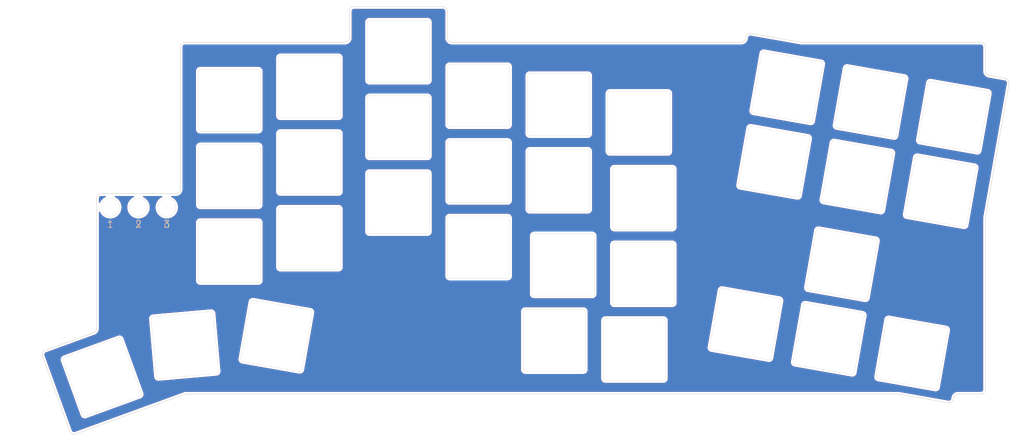
<source format=kicad_pcb>
(kicad_pcb (version 20221018) (generator pcbnew)
  (layers (0 "F.Cu" signal) (31 "B.Cu" signal) (34 "B.Paste" user) (35 "F.Paste" user) (36 "B.SilkS" user "B.Silkscreen") (37 "F.SilkS" user "F.Silkscreen") (38 "B.Mask" user) (39 "F.Mask" user) (44 "Edge.Cuts" user))
  (net 0 "")
  (footprint "Plate:Switch" (layer "F.Cu") (at 52.936727 124.661928 20)
    (fp_text reference "SW41")
    (fp_text value "~" hide)
    (fp_line (start -7 6.5) (end -7 -6.5) (stroke (width 0.05)) (layer "Edge.Cuts"))
    (fp_line (start -6.5 -7) (end 6.5 -7) (stroke (width 0.05)) (layer "Edge.Cuts"))
    (fp_line (start 6.5 7) (end -6.5 7) (stroke (width 0.05)) (layer "Edge.Cuts"))
    (fp_line (start 7 -6.5) (end 7 6.5) (stroke (width 0.05)) (layer "Edge.Cuts"))
    (fp_arc (start -7 -6.5) (mid -6.853553 -6.853553) (end -6.5 -7) (stroke (width 0.05)) (layer "Edge.Cuts"))
    (fp_arc (start -6.5 7) (mid -6.853553 6.853553) (end -7 6.5) (stroke (width 0.05)) (layer "Edge.Cuts"))
    (fp_arc (start 6.5 -7) (mid 6.853553 -6.853553) (end 7 -6.5) (stroke (width 0.05)) (layer "Edge.Cuts"))
    (fp_arc (start 7 6.5) (mid 6.853553 6.853553) (end 6.5 7) (stroke (width 0.05)) (layer "Edge.Cuts"))
  )
  (footprint "Plate:Switch" (layer "F.Cu") (at 71.5 117.5 5)
    (fp_text reference "SW42")
    (fp_text value "~" hide)
    (fp_line (start -7 6.5) (end -7 -6.5) (stroke (width 0.05)) (layer "Edge.Cuts"))
    (fp_line (start -6.5 -7) (end 6.5 -7) (stroke (width 0.05)) (layer "Edge.Cuts"))
    (fp_line (start 6.5 7) (end -6.5 7) (stroke (width 0.05)) (layer "Edge.Cuts"))
    (fp_line (start 7 -6.5) (end 7 6.5) (stroke (width 0.05)) (layer "Edge.Cuts"))
    (fp_arc (start -7 -6.5) (mid -6.853553 -6.853553) (end -6.5 -7) (stroke (width 0.05)) (layer "Edge.Cuts"))
    (fp_arc (start -6.5 7) (mid -6.853553 6.853553) (end -7 6.5) (stroke (width 0.05)) (layer "Edge.Cuts"))
    (fp_arc (start 6.5 -7) (mid 6.853553 -6.853553) (end 7 -6.5) (stroke (width 0.05)) (layer "Edge.Cuts"))
    (fp_arc (start 7 6.5) (mid 6.853553 6.853553) (end 6.5 7) (stroke (width 0.05)) (layer "Edge.Cuts"))
  )
  (footprint "Plate:Switch" (layer "F.Cu") (at 119.5 51.5)
    (fp_text reference "SW13")
    (fp_text value "~" hide)
    (fp_line (start -7 6.5) (end -7 -6.5) (stroke (width 0.05)) (layer "Edge.Cuts"))
    (fp_line (start -6.5 -7) (end 6.5 -7) (stroke (width 0.05)) (layer "Edge.Cuts"))
    (fp_line (start 6.5 7) (end -6.5 7) (stroke (width 0.05)) (layer "Edge.Cuts"))
    (fp_line (start 7 -6.5) (end 7 6.5) (stroke (width 0.05)) (layer "Edge.Cuts"))
    (fp_arc (start -7 -6.5) (mid -6.853553 -6.853553) (end -6.5 -7) (stroke (width 0.05)) (layer "Edge.Cuts"))
    (fp_arc (start -6.5 7) (mid -6.853553 6.853553) (end -7 6.5) (stroke (width 0.05)) (layer "Edge.Cuts"))
    (fp_arc (start 6.5 -7) (mid 6.853553 -6.853553) (end 7 -6.5) (stroke (width 0.05)) (layer "Edge.Cuts"))
    (fp_arc (start 7 6.5) (mid 6.853553 6.853553) (end 6.5 7) (stroke (width 0.05)) (layer "Edge.Cuts"))
  )
  (footprint "Plate:Switch" (layer "F.Cu") (at 155.5 63.5)
    (fp_text reference "SW15")
    (fp_text value "~" hide)
    (fp_line (start -7 6.5) (end -7 -6.5) (stroke (width 0.05)) (layer "Edge.Cuts"))
    (fp_line (start -6.5 -7) (end 6.5 -7) (stroke (width 0.05)) (layer "Edge.Cuts"))
    (fp_line (start 6.5 7) (end -6.5 7) (stroke (width 0.05)) (layer "Edge.Cuts"))
    (fp_line (start 7 -6.5) (end 7 6.5) (stroke (width 0.05)) (layer "Edge.Cuts"))
    (fp_arc (start -7 -6.5) (mid -6.853553 -6.853553) (end -6.5 -7) (stroke (width 0.05)) (layer "Edge.Cuts"))
    (fp_arc (start -6.5 7) (mid -6.853553 6.853553) (end -7 6.5) (stroke (width 0.05)) (layer "Edge.Cuts"))
    (fp_arc (start 6.5 -7) (mid 6.853553 -6.853553) (end 7 -6.5) (stroke (width 0.05)) (layer "Edge.Cuts"))
    (fp_arc (start 7 6.5) (mid 6.853553 6.853553) (end 6.5 7) (stroke (width 0.05)) (layer "Edge.Cuts"))
  )
  (footprint "Plate:Switch" (layer "F.Cu") (at 81.5 62.5)
    (fp_text reference "SW11")
    (fp_text value "~" hide)
    (fp_line (start -7 6.5) (end -7 -6.5) (stroke (width 0.05)) (layer "Edge.Cuts"))
    (fp_line (start -6.5 -7) (end 6.5 -7) (stroke (width 0.05)) (layer "Edge.Cuts"))
    (fp_line (start 6.5 7) (end -6.5 7) (stroke (width 0.05)) (layer "Edge.Cuts"))
    (fp_line (start 7 -6.5) (end 7 6.5) (stroke (width 0.05)) (layer "Edge.Cuts"))
    (fp_arc (start -7 -6.5) (mid -6.853553 -6.853553) (end -6.5 -7) (stroke (width 0.05)) (layer "Edge.Cuts"))
    (fp_arc (start -6.5 7) (mid -6.853553 6.853553) (end -7 6.5) (stroke (width 0.05)) (layer "Edge.Cuts"))
    (fp_arc (start 6.5 -7) (mid 6.853553 -6.853553) (end 7 -6.5) (stroke (width 0.05)) (layer "Edge.Cuts"))
    (fp_arc (start 7 6.5) (mid 6.853553 6.853553) (end 6.5 7) (stroke (width 0.05)) (layer "Edge.Cuts"))
  )
  (footprint "Plate:Switch" (layer "F.Cu") (at 119.5 68.5)
    (fp_text reference "SW23")
    (fp_text value "~" hide)
    (fp_line (start -7 6.5) (end -7 -6.5) (stroke (width 0.05)) (layer "Edge.Cuts"))
    (fp_line (start -6.5 -7) (end 6.5 -7) (stroke (width 0.05)) (layer "Edge.Cuts"))
    (fp_line (start 6.5 7) (end -6.5 7) (stroke (width 0.05)) (layer "Edge.Cuts"))
    (fp_line (start 7 -6.5) (end 7 6.5) (stroke (width 0.05)) (layer "Edge.Cuts"))
    (fp_arc (start -7 -6.5) (mid -6.853553 -6.853553) (end -6.5 -7) (stroke (width 0.05)) (layer "Edge.Cuts"))
    (fp_arc (start -6.5 7) (mid -6.853553 6.853553) (end -7 6.5) (stroke (width 0.05)) (layer "Edge.Cuts"))
    (fp_arc (start 6.5 -7) (mid 6.853553 -6.853553) (end 7 -6.5) (stroke (width 0.05)) (layer "Edge.Cuts"))
    (fp_arc (start 7 6.5) (mid 6.853553 6.853553) (end 6.5 7) (stroke (width 0.05)) (layer "Edge.Cuts"))
  )
  (footprint "Plate:Switch" (layer "F.Cu") (at 244.238975 66.209506 -10)
    (fp_text reference "SW19")
    (fp_text value "~" hide)
    (fp_line (start -7 6.5) (end -7 -6.5) (stroke (width 0.05)) (layer "Edge.Cuts"))
    (fp_line (start -6.5 -7) (end 6.5 -7) (stroke (width 0.05)) (layer "Edge.Cuts"))
    (fp_line (start 6.5 7) (end -6.5 7) (stroke (width 0.05)) (layer "Edge.Cuts"))
    (fp_line (start 7 -6.5) (end 7 6.5) (stroke (width 0.05)) (layer "Edge.Cuts"))
    (fp_arc (start -7 -6.5) (mid -6.853553 -6.853553) (end -6.5 -7) (stroke (width 0.05)) (layer "Edge.Cuts"))
    (fp_arc (start -6.5 7) (mid -6.853553 6.853553) (end -7 6.5) (stroke (width 0.05)) (layer "Edge.Cuts"))
    (fp_arc (start 6.5 -7) (mid 6.853553 -6.853553) (end 7 -6.5) (stroke (width 0.05)) (layer "Edge.Cuts"))
    (fp_arc (start 7 6.5) (mid 6.853553 6.853553) (end 6.5 7) (stroke (width 0.05)) (layer "Edge.Cuts"))
  )
  (footprint "Plate:Switch" (layer "F.Cu") (at 206.816281 59.610875 -10)
    (fp_text reference "SW17")
    (fp_text value "~" hide)
    (fp_line (start -7 6.5) (end -7 -6.5) (stroke (width 0.05)) (layer "Edge.Cuts"))
    (fp_line (start -6.5 -7) (end 6.5 -7) (stroke (width 0.05)) (layer "Edge.Cuts"))
    (fp_line (start 6.5 7) (end -6.5 7) (stroke (width 0.05)) (layer "Edge.Cuts"))
    (fp_line (start 7 -6.5) (end 7 6.5) (stroke (width 0.05)) (layer "Edge.Cuts"))
    (fp_arc (start -7 -6.5) (mid -6.853553 -6.853553) (end -6.5 -7) (stroke (width 0.05)) (layer "Edge.Cuts"))
    (fp_arc (start -6.5 7) (mid -6.853553 6.853553) (end -7 6.5) (stroke (width 0.05)) (layer "Edge.Cuts"))
    (fp_arc (start 6.5 -7) (mid 6.853553 -6.853553) (end 7 -6.5) (stroke (width 0.05)) (layer "Edge.Cuts"))
    (fp_arc (start 7 6.5) (mid 6.853553 6.853553) (end 6.5 7) (stroke (width 0.05)) (layer "Edge.Cuts"))
  )
  (footprint "Plate:Switch" (layer "F.Cu") (at 219.102646 99.348078 -10)
    (fp_text reference "SW38")
    (fp_text value "~" hide)
    (fp_line (start -7 6.5) (end -7 -6.5) (stroke (width 0.05)) (layer "Edge.Cuts"))
    (fp_line (start -6.5 -7) (end 6.5 -7) (stroke (width 0.05)) (layer "Edge.Cuts"))
    (fp_line (start 6.5 7) (end -6.5 7) (stroke (width 0.05)) (layer "Edge.Cuts"))
    (fp_line (start 7 -6.5) (end 7 6.5) (stroke (width 0.05)) (layer "Edge.Cuts"))
    (fp_arc (start -7 -6.5) (mid -6.853553 -6.853553) (end -6.5 -7) (stroke (width 0.05)) (layer "Edge.Cuts"))
    (fp_arc (start -6.5 7) (mid -6.853553 6.853553) (end -7 6.5) (stroke (width 0.05)) (layer "Edge.Cuts"))
    (fp_arc (start 6.5 -7) (mid 6.853553 -6.853553) (end 7 -6.5) (stroke (width 0.05)) (layer "Edge.Cuts"))
    (fp_arc (start 7 6.5) (mid 6.853553 6.853553) (end 6.5 7) (stroke (width 0.05)) (layer "Edge.Cuts"))
  )
  (footprint "Plate:Switch" (layer "F.Cu") (at 172.5 118.5)
    (fp_text reference "SW46")
    (fp_text value "~" hide)
    (fp_line (start -7 6.5) (end -7 -6.5) (stroke (width 0.05)) (layer "Edge.Cuts"))
    (fp_line (start -6.5 -7) (end 6.5 -7) (stroke (width 0.05)) (layer "Edge.Cuts"))
    (fp_line (start 6.5 7) (end -6.5 7) (stroke (width 0.05)) (layer "Edge.Cuts"))
    (fp_line (start 7 -6.5) (end 7 6.5) (stroke (width 0.05)) (layer "Edge.Cuts"))
    (fp_arc (start -7 -6.5) (mid -6.853553 -6.853553) (end -6.5 -7) (stroke (width 0.05)) (layer "Edge.Cuts"))
    (fp_arc (start -6.5 7) (mid -6.853553 6.853553) (end -7 6.5) (stroke (width 0.05)) (layer "Edge.Cuts"))
    (fp_arc (start 6.5 -7) (mid 6.853553 -6.853553) (end 7 -6.5) (stroke (width 0.05)) (layer "Edge.Cuts"))
    (fp_arc (start 7 6.5) (mid 6.853553 6.853553) (end 6.5 7) (stroke (width 0.05)) (layer "Edge.Cuts"))
  )
  (footprint "Plate:Switch" (layer "F.Cu") (at 119.5 85.5)
    (fp_text reference "SW33")
    (fp_text value "~" hide)
    (fp_line (start -7 6.5) (end -7 -6.5) (stroke (width 0.05)) (layer "Edge.Cuts"))
    (fp_line (start -6.5 -7) (end 6.5 -7) (stroke (width 0.05)) (layer "Edge.Cuts"))
    (fp_line (start 6.5 7) (end -6.5 7) (stroke (width 0.05)) (layer "Edge.Cuts"))
    (fp_line (start 7 -6.5) (end 7 6.5) (stroke (width 0.05)) (layer "Edge.Cuts"))
    (fp_arc (start -7 -6.5) (mid -6.853553 -6.853553) (end -6.5 -7) (stroke (width 0.05)) (layer "Edge.Cuts"))
    (fp_arc (start -6.5 7) (mid -6.853553 6.853553) (end -7 6.5) (stroke (width 0.05)) (layer "Edge.Cuts"))
    (fp_arc (start 6.5 -7) (mid 6.853553 -6.853553) (end 7 -6.5) (stroke (width 0.05)) (layer "Edge.Cuts"))
    (fp_arc (start 7 6.5) (mid 6.853553 6.853553) (end 6.5 7) (stroke (width 0.05)) (layer "Edge.Cuts"))
  )
  (footprint "Plate:LED" (layer "F.Cu") (at 61.11 86.56)
    (fp_text reference "D2" hide)
    (fp_text value "2" hide)
    (fp_text user "${VALUE}" (at 0 3.81 unlocked) (layer "B.SilkS") (effects (font (size 1.5 1.5)) (justify mirror)))
    (fp_text user "${VALUE}" (at 0 3.81 unlocked) (layer "F.SilkS") (effects (font (size 1.5 1.5))))
    (fp_circle (center 0 0) (end 2.032 0) (stroke (width 0.05)) (fill none) (layer "Edge.Cuts"))
  )
  (footprint "Plate:Switch" (layer "F.Cu") (at 137.5 61.5)
    (fp_text reference "SW14")
    (fp_text value "~" hide)
    (fp_line (start -7 6.5) (end -7 -6.5) (stroke (width 0.05)) (layer "Edge.Cuts"))
    (fp_line (start -6.5 -7) (end 6.5 -7) (stroke (width 0.05)) (layer "Edge.Cuts"))
    (fp_line (start 6.5 7) (end -6.5 7) (stroke (width 0.05)) (layer "Edge.Cuts"))
    (fp_line (start 7 -6.5) (end 7 6.5) (stroke (width 0.05)) (layer "Edge.Cuts"))
    (fp_arc (start -7 -6.5) (mid -6.853553 -6.853553) (end -6.5 -7) (stroke (width 0.05)) (layer "Edge.Cuts"))
    (fp_arc (start -6.5 7) (mid -6.853553 6.853553) (end -7 6.5) (stroke (width 0.05)) (layer "Edge.Cuts"))
    (fp_arc (start 6.5 -7) (mid 6.853553 -6.853553) (end 7 -6.5) (stroke (width 0.05)) (layer "Edge.Cuts"))
    (fp_arc (start 7 6.5) (mid 6.853553 6.853553) (end 6.5 7) (stroke (width 0.05)) (layer "Edge.Cuts"))
  )
  (footprint "Plate:Switch" (layer "F.Cu") (at 203.864262 76.352607 -10)
    (fp_text reference "SW27")
    (fp_text value "~" hide)
    (fp_line (start -7 6.5) (end -7 -6.5) (stroke (width 0.05)) (layer "Edge.Cuts"))
    (fp_line (start -6.5 -7) (end 6.5 -7) (stroke (width 0.05)) (layer "Edge.Cuts"))
    (fp_line (start 6.5 7) (end -6.5 7) (stroke (width 0.05)) (layer "Edge.Cuts"))
    (fp_line (start 7 -6.5) (end 7 6.5) (stroke (width 0.05)) (layer "Edge.Cuts"))
    (fp_arc (start -7 -6.5) (mid -6.853553 -6.853553) (end -6.5 -7) (stroke (width 0.05)) (layer "Edge.Cuts"))
    (fp_arc (start -6.5 7) (mid -6.853553 6.853553) (end -7 6.5) (stroke (width 0.05)) (layer "Edge.Cuts"))
    (fp_arc (start 6.5 -7) (mid 6.853553 -6.853553) (end 7 -6.5) (stroke (width 0.05)) (layer "Edge.Cuts"))
    (fp_arc (start 7 6.5) (mid 6.853553 6.853553) (end 6.5 7) (stroke (width 0.05)) (layer "Edge.Cuts"))
  )
  (footprint "Plate:Switch" (layer "F.Cu") (at 99.5 59.5)
    (fp_text reference "SW12")
    (fp_text value "~" hide)
    (fp_line (start -7 6.5) (end -7 -6.5) (stroke (width 0.05)) (layer "Edge.Cuts"))
    (fp_line (start -6.5 -7) (end 6.5 -7) (stroke (width 0.05)) (layer "Edge.Cuts"))
    (fp_line (start 6.5 7) (end -6.5 7) (stroke (width 0.05)) (layer "Edge.Cuts"))
    (fp_line (start 7 -6.5) (end 7 6.5) (stroke (width 0.05)) (layer "Edge.Cuts"))
    (fp_arc (start -7 -6.5) (mid -6.853553 -6.853553) (end -6.5 -7) (stroke (width 0.05)) (layer "Edge.Cuts"))
    (fp_arc (start -6.5 7) (mid -6.853553 6.853553) (end -7 6.5) (stroke (width 0.05)) (layer "Edge.Cuts"))
    (fp_arc (start 6.5 -7) (mid 6.853553 -6.853553) (end 7 -6.5) (stroke (width 0.05)) (layer "Edge.Cuts"))
    (fp_arc (start 7 6.5) (mid 6.853553 6.853553) (end 6.5 7) (stroke (width 0.05)) (layer "Edge.Cuts"))
  )
  (footprint "Plate:Switch" (layer "F.Cu") (at 222.575609 79.651922 -10)
    (fp_text reference "SW28")
    (fp_text value "~" hide)
    (fp_line (start -7 6.5) (end -7 -6.5) (stroke (width 0.05)) (layer "Edge.Cuts"))
    (fp_line (start -6.5 -7) (end 6.5 -7) (stroke (width 0.05)) (layer "Edge.Cuts"))
    (fp_line (start 6.5 7) (end -6.5 7) (stroke (width 0.05)) (layer "Edge.Cuts"))
    (fp_line (start 7 -6.5) (end 7 6.5) (stroke (width 0.05)) (layer "Edge.Cuts"))
    (fp_arc (start -7 -6.5) (mid -6.853553 -6.853553) (end -6.5 -7) (stroke (width 0.05)) (layer "Edge.Cuts"))
    (fp_arc (start -6.5 7) (mid -6.853553 6.853553) (end -7 6.5) (stroke (width 0.05)) (layer "Edge.Cuts"))
    (fp_arc (start 6.5 -7) (mid 6.853553 -6.853553) (end 7 -6.5) (stroke (width 0.05)) (layer "Edge.Cuts"))
    (fp_arc (start 7 6.5) (mid 6.853553 6.853553) (end 6.5 7) (stroke (width 0.05)) (layer "Edge.Cuts"))
  )
  (footprint "Plate:Switch" (layer "F.Cu") (at 173.5 67.5)
    (fp_text reference "SW16")
    (fp_text value "~" hide)
    (fp_line (start -7 6.5) (end -7 -6.5) (stroke (width 0.05)) (layer "Edge.Cuts"))
    (fp_line (start -6.5 -7) (end 6.5 -7) (stroke (width 0.05)) (layer "Edge.Cuts"))
    (fp_line (start 6.5 7) (end -6.5 7) (stroke (width 0.05)) (layer "Edge.Cuts"))
    (fp_line (start 7 -6.5) (end 7 6.5) (stroke (width 0.05)) (layer "Edge.Cuts"))
    (fp_arc (start -7 -6.5) (mid -6.853553 -6.853553) (end -6.5 -7) (stroke (width 0.05)) (layer "Edge.Cuts"))
    (fp_arc (start -6.5 7) (mid -6.853553 6.853553) (end -7 6.5) (stroke (width 0.05)) (layer "Edge.Cuts"))
    (fp_arc (start 6.5 -7) (mid 6.853553 -6.853553) (end 7 -6.5) (stroke (width 0.05)) (layer "Edge.Cuts"))
    (fp_arc (start 7 6.5) (mid 6.853553 6.853553) (end 6.5 7) (stroke (width 0.05)) (layer "Edge.Cuts"))
  )
  (footprint "Plate:Switch" (layer "F.Cu") (at 81.5 96.5)
    (fp_text reference "SW31")
    (fp_text value "~" hide)
    (fp_line (start -7 6.5) (end -7 -6.5) (stroke (width 0.05)) (layer "Edge.Cuts"))
    (fp_line (start -6.5 -7) (end 6.5 -7) (stroke (width 0.05)) (layer "Edge.Cuts"))
    (fp_line (start 6.5 7) (end -6.5 7) (stroke (width 0.05)) (layer "Edge.Cuts"))
    (fp_line (start 7 -6.5) (end 7 6.5) (stroke (width 0.05)) (layer "Edge.Cuts"))
    (fp_arc (start -7 -6.5) (mid -6.853553 -6.853553) (end -6.5 -7) (stroke (width 0.05)) (layer "Edge.Cuts"))
    (fp_arc (start -6.5 7) (mid -6.853553 6.853553) (end -7 6.5) (stroke (width 0.05)) (layer "Edge.Cuts"))
    (fp_arc (start 6.5 -7) (mid 6.853553 -6.853553) (end 7 -6.5) (stroke (width 0.05)) (layer "Edge.Cuts"))
    (fp_arc (start 7 6.5) (mid 6.853553 6.853553) (end 6.5 7) (stroke (width 0.05)) (layer "Edge.Cuts"))
  )
  (footprint "Plate:Switch" (layer "F.Cu") (at 99.5 76.5)
    (fp_text reference "SW22")
    (fp_text value "~" hide)
    (fp_line (start -7 6.5) (end -7 -6.5) (stroke (width 0.05)) (layer "Edge.Cuts"))
    (fp_line (start -6.5 -7) (end 6.5 -7) (stroke (width 0.05)) (layer "Edge.Cuts"))
    (fp_line (start 6.5 7) (end -6.5 7) (stroke (width 0.05)) (layer "Edge.Cuts"))
    (fp_line (start 7 -6.5) (end 7 6.5) (stroke (width 0.05)) (layer "Edge.Cuts"))
    (fp_arc (start -7 -6.5) (mid -6.853553 -6.853553) (end -6.5 -7) (stroke (width 0.05)) (layer "Edge.Cuts"))
    (fp_arc (start -6.5 7) (mid -6.853553 6.853553) (end -7 6.5) (stroke (width 0.05)) (layer "Edge.Cuts"))
    (fp_arc (start 6.5 -7) (mid 6.853553 -6.853553) (end 7 -6.5) (stroke (width 0.05)) (layer "Edge.Cuts"))
    (fp_arc (start 7 6.5) (mid 6.853553 6.853553) (end 6.5 7) (stroke (width 0.05)) (layer "Edge.Cuts"))
  )
  (footprint "Plate:LED" (layer "F.Cu") (at 54.76 86.56)
    (fp_text reference "D1" hide)
    (fp_text value "1" hide)
    (fp_text user "${VALUE}" (at 0 3.81 unlocked) (layer "B.SilkS") (effects (font (size 1.5 1.5)) (justify mirror)))
    (fp_text user "${VALUE}" (at 0 3.81 unlocked) (layer "F.SilkS") (effects (font (size 1.5 1.5))))
    (fp_circle (center 0 0) (end 2.032 0) (stroke (width 0.05)) (fill none) (layer "Edge.Cuts"))
  )
  (footprint "Plate:Switch" (layer "F.Cu") (at 174.5 84.5)
    (fp_text reference "SW26")
    (fp_text value "~" hide)
    (fp_line (start -7 6.5) (end -7 -6.5) (stroke (width 0.05)) (layer "Edge.Cuts"))
    (fp_line (start -6.5 -7) (end 6.5 -7) (stroke (width 0.05)) (layer "Edge.Cuts"))
    (fp_line (start 6.5 7) (end -6.5 7) (stroke (width 0.05)) (layer "Edge.Cuts"))
    (fp_line (start 7 -6.5) (end 7 6.5) (stroke (width 0.05)) (layer "Edge.Cuts"))
    (fp_arc (start -7 -6.5) (mid -6.853553 -6.853553) (end -6.5 -7) (stroke (width 0.05)) (layer "Edge.Cuts"))
    (fp_arc (start -6.5 7) (mid -6.853553 6.853553) (end -7 6.5) (stroke (width 0.05)) (layer "Edge.Cuts"))
    (fp_arc (start 6.5 -7) (mid 6.853553 -6.853553) (end 7 -6.5) (stroke (width 0.05)) (layer "Edge.Cuts"))
    (fp_arc (start 7 6.5) (mid 6.853553 6.853553) (end 6.5 7) (stroke (width 0.05)) (layer "Edge.Cuts"))
  )
  (footprint "Plate:Switch" (layer "F.Cu") (at 197.439279 112.790494 -10)
    (fp_text reference "SW47")
    (fp_text value "~" hide)
    (fp_line (start -7 6.5) (end -7 -6.5) (stroke (width 0.05)) (layer "Edge.Cuts"))
    (fp_line (start -6.5 -7) (end 6.5 -7) (stroke (width 0.05)) (layer "Edge.Cuts"))
    (fp_line (start 6.5 7) (end -6.5 7) (stroke (width 0.05)) (layer "Edge.Cuts"))
    (fp_line (start 7 -6.5) (end 7 6.5) (stroke (width 0.05)) (layer "Edge.Cuts"))
    (fp_arc (start -7 -6.5) (mid -6.853553 -6.853553) (end -6.5 -7) (stroke (width 0.05)) (layer "Edge.Cuts"))
    (fp_arc (start -6.5 7) (mid -6.853553 6.853553) (end -7 6.5) (stroke (width 0.05)) (layer "Edge.Cuts"))
    (fp_arc (start 6.5 -7) (mid 6.853553 -6.853553) (end 7 -6.5) (stroke (width 0.05)) (layer "Edge.Cuts"))
    (fp_arc (start 7 6.5) (mid 6.853553 6.853553) (end 6.5 7) (stroke (width 0.05)) (layer "Edge.Cuts"))
  )
  (footprint "Plate:Switch" (layer "F.Cu") (at 154.5 116.5)
    (fp_text reference "SW45")
    (fp_text value "~" hide)
    (fp_line (start -7 6.5) (end -7 -6.5) (stroke (width 0.05)) (layer "Edge.Cuts"))
    (fp_line (start -6.5 -7) (end 6.5 -7) (stroke (width 0.05)) (layer "Edge.Cuts"))
    (fp_line (start 6.5 7) (end -6.5 7) (stroke (width 0.05)) (layer "Edge.Cuts"))
    (fp_line (start 7 -6.5) (end 7 6.5) (stroke (width 0.05)) (layer "Edge.Cuts"))
    (fp_arc (start -7 -6.5) (mid -6.853553 -6.853553) (end -6.5 -7) (stroke (width 0.05)) (layer "Edge.Cuts"))
    (fp_arc (start -6.5 7) (mid -6.853553 6.853553) (end -7 6.5) (stroke (width 0.05)) (layer "Edge.Cuts"))
    (fp_arc (start 6.5 -7) (mid 6.853553 -6.853553) (end 7 -6.5) (stroke (width 0.05)) (layer "Edge.Cuts"))
    (fp_arc (start 7 6.5) (mid 6.853553 6.853553) (end 6.5 7) (stroke (width 0.05)) (layer "Edge.Cuts"))
  )
  (footprint "Plate:Switch" (layer "F.Cu") (at 155.5 80.5)
    (fp_text reference "SW25")
    (fp_text value "~" hide)
    (fp_line (start -7 6.5) (end -7 -6.5) (stroke (width 0.05)) (layer "Edge.Cuts"))
    (fp_line (start -6.5 -7) (end 6.5 -7) (stroke (width 0.05)) (layer "Edge.Cuts"))
    (fp_line (start 6.5 7) (end -6.5 7) (stroke (width 0.05)) (layer "Edge.Cuts"))
    (fp_line (start 7 -6.5) (end 7 6.5) (stroke (width 0.05)) (layer "Edge.Cuts"))
    (fp_arc (start -7 -6.5) (mid -6.853553 -6.853553) (end -6.5 -7) (stroke (width 0.05)) (layer "Edge.Cuts"))
    (fp_arc (start -6.5 7) (mid -6.853553 6.853553) (end -7 6.5) (stroke (width 0.05)) (layer "Edge.Cuts"))
    (fp_arc (start 6.5 -7) (mid 6.853553 -6.853553) (end 7 -6.5) (stroke (width 0.05)) (layer "Edge.Cuts"))
    (fp_arc (start 7 6.5) (mid 6.853553 6.853553) (end 6.5 7) (stroke (width 0.05)) (layer "Edge.Cuts"))
  )
  (footprint "Plate:LED" (layer "F.Cu") (at 67.46 86.56)
    (fp_text reference "D3" hide)
    (fp_text value "3" hide)
    (fp_text user "${VALUE}" (at 0 3.81 unlocked) (layer "B.SilkS") (effects (font (size 1.5 1.5)) (justify mirror)))
    (fp_text user "${VALUE}" (at 0 3.81 unlocked) (layer "F.SilkS") (effects (font (size 1.5 1.5))))
    (fp_circle (center 0 0) (end 2.032 0) (stroke (width 0.05)) (fill none) (layer "Edge.Cuts"))
  )
  (footprint "Plate:Switch" (layer "F.Cu") (at 156.5 99.5)
    (fp_text reference "SW35")
    (fp_text value "~" hide)
    (fp_line (start -7 6.5) (end -7 -6.5) (stroke (width 0.05)) (layer "Edge.Cuts"))
    (fp_line (start -6.5 -7) (end 6.5 -7) (stroke (width 0.05)) (layer "Edge.Cuts"))
    (fp_line (start 6.5 7) (end -6.5 7) (stroke (width 0.05)) (layer "Edge.Cuts"))
    (fp_line (start 7 -6.5) (end 7 6.5) (stroke (width 0.05)) (layer "Edge.Cuts"))
    (fp_arc (start -7 -6.5) (mid -6.853553 -6.853553) (end -6.5 -7) (stroke (width 0.05)) (layer "Edge.Cuts"))
    (fp_arc (start -6.5 7) (mid -6.853553 6.853553) (end -7 6.5) (stroke (width 0.05)) (layer "Edge.Cuts"))
    (fp_arc (start 6.5 -7) (mid 6.853553 -6.853553) (end 7 -6.5) (stroke (width 0.05)) (layer "Edge.Cuts"))
    (fp_arc (start 7 6.5) (mid 6.853553 6.853553) (end 6.5 7) (stroke (width 0.05)) (layer "Edge.Cuts"))
  )
  (footprint "Plate:Switch" (layer "F.Cu") (at 92.0668 115.420798 -10)
    (fp_text reference "SW43")
    (fp_text value "~" hide)
    (fp_line (start -7 6.5) (end -7 -6.5) (stroke (width 0.05)) (layer "Edge.Cuts"))
    (fp_line (start -6.5 -7) (end 6.5 -7) (stroke (width 0.05)) (layer "Edge.Cuts"))
    (fp_line (start 6.5 7) (end -6.5 7) (stroke (width 0.05)) (layer "Edge.Cuts"))
    (fp_line (start 7 -6.5) (end 7 6.5) (stroke (width 0.05)) (layer "Edge.Cuts"))
    (fp_arc (start -7 -6.5) (mid -6.853553 -6.853553) (end -6.5 -7) (stroke (width 0.05)) (layer "Edge.Cuts"))
    (fp_arc (start -6.5 7) (mid -6.853553 6.853553) (end -7 6.5) (stroke (width 0.05)) (layer "Edge.Cuts"))
    (fp_arc (start 6.5 -7) (mid 6.853553 -6.853553) (end 7 -6.5) (stroke (width 0.05)) (layer "Edge.Cuts"))
    (fp_arc (start 7 6.5) (mid 6.853553 6.853553) (end 6.5 7) (stroke (width 0.05)) (layer "Edge.Cuts"))
  )
  (footprint "Plate:Switch" (layer "F.Cu") (at 216.150627 116.089809 -10)
    (fp_text reference "SW48")
    (fp_text value "~" hide)
    (fp_line (start -7 6.5) (end -7 -6.5) (stroke (width 0.05)) (layer "Edge.Cuts"))
    (fp_line (start -6.5 -7) (end 6.5 -7) (stroke (width 0.05)) (layer "Edge.Cuts"))
    (fp_line (start 6.5 7) (end -6.5 7) (stroke (width 0.05)) (layer "Edge.Cuts"))
    (fp_line (start 7 -6.5) (end 7 6.5) (stroke (width 0.05)) (layer "Edge.Cuts"))
    (fp_arc (start -7 -6.5) (mid -6.853553 -6.853553) (end -6.5 -7) (stroke (width 0.05)) (layer "Edge.Cuts"))
    (fp_arc (start -6.5 7) (mid -6.853553 6.853553) (end -7 6.5) (stroke (width 0.05)) (layer "Edge.Cuts"))
    (fp_arc (start 6.5 -7) (mid 6.853553 -6.853553) (end 7 -6.5) (stroke (width 0.05)) (layer "Edge.Cuts"))
    (fp_arc (start 7 6.5) (mid 6.853553 6.853553) (end 6.5 7) (stroke (width 0.05)) (layer "Edge.Cuts"))
  )
  (footprint "Plate:Switch" (layer "F.Cu") (at 234.861974 119.389125 -10)
    (fp_text reference "SW49")
    (fp_text value "~" hide)
    (fp_line (start -7 6.5) (end -7 -6.5) (stroke (width 0.05)) (layer "Edge.Cuts"))
    (fp_line (start -6.5 -7) (end 6.5 -7) (stroke (width 0.05)) (layer "Edge.Cuts"))
    (fp_line (start 6.5 7) (end -6.5 7) (stroke (width 0.05)) (layer "Edge.Cuts"))
    (fp_line (start 7 -6.5) (end 7 6.5) (stroke (width 0.05)) (layer "Edge.Cuts"))
    (fp_arc (start -7 -6.5) (mid -6.853553 -6.853553) (end -6.5 -7) (stroke (width 0.05)) (layer "Edge.Cuts"))
    (fp_arc (start -6.5 7) (mid -6.853553 6.853553) (end -7 6.5) (stroke (width 0.05)) (layer "Edge.Cuts"))
    (fp_arc (start 6.5 -7) (mid 6.853553 -6.853553) (end 7 -6.5) (stroke (width 0.05)) (layer "Edge.Cuts"))
    (fp_arc (start 7 6.5) (mid 6.853553 6.853553) (end 6.5 7) (stroke (width 0.05)) (layer "Edge.Cuts"))
  )
  (footprint "Plate:Switch" (layer "F.Cu") (at 225.527628 62.910191 -10)
    (fp_text reference "SW18")
    (fp_text value "~" hide)
    (fp_line (start -7 6.5) (end -7 -6.5) (stroke (width 0.05)) (layer "Edge.Cuts"))
    (fp_line (start -6.5 -7) (end 6.5 -7) (stroke (width 0.05)) (layer "Edge.Cuts"))
    (fp_line (start 6.5 7) (end -6.5 7) (stroke (width 0.05)) (layer "Edge.Cuts"))
    (fp_line (start 7 -6.5) (end 7 6.5) (stroke (width 0.05)) (layer "Edge.Cuts"))
    (fp_arc (start -7 -6.5) (mid -6.853553 -6.853553) (end -6.5 -7) (stroke (width 0.05)) (layer "Edge.Cuts"))
    (fp_arc (start -6.5 7) (mid -6.853553 6.853553) (end -7 6.5) (stroke (width 0.05)) (layer "Edge.Cuts"))
    (fp_arc (start 6.5 -7) (mid 6.853553 -6.853553) (end 7 -6.5) (stroke (width 0.05)) (layer "Edge.Cuts"))
    (fp_arc (start 7 6.5) (mid 6.853553 6.853553) (end 6.5 7) (stroke (width 0.05)) (layer "Edge.Cuts"))
  )
  (footprint "Plate:Switch" (layer "F.Cu") (at 241.286956 82.951238 -10)
    (fp_text reference "SW29")
    (fp_text value "~" hide)
    (fp_line (start -7 6.5) (end -7 -6.5) (stroke (width 0.05)) (layer "Edge.Cuts"))
    (fp_line (start -6.5 -7) (end 6.5 -7) (stroke (width 0.05)) (layer "Edge.Cuts"))
    (fp_line (start 6.5 7) (end -6.5 7) (stroke (width 0.05)) (layer "Edge.Cuts"))
    (fp_line (start 7 -6.5) (end 7 6.5) (stroke (width 0.05)) (layer "Edge.Cuts"))
    (fp_arc (start -7 -6.5) (mid -6.853553 -6.853553) (end -6.5 -7) (stroke (width 0.05)) (layer "Edge.Cuts"))
    (fp_arc (start -6.5 7) (mid -6.853553 6.853553) (end -7 6.5) (stroke (width 0.05)) (layer "Edge.Cuts"))
    (fp_arc (start 6.5 -7) (mid 6.853553 -6.853553) (end 7 -6.5) (stroke (width 0.05)) (layer "Edge.Cuts"))
    (fp_arc (start 7 6.5) (mid 6.853553 6.853553) (end 6.5 7) (stroke (width 0.05)) (layer "Edge.Cuts"))
  )
  (footprint "Plate:Switch" (layer "F.Cu") (at 81.5 79.5)
    (fp_text reference "SW21")
    (fp_text value "~" hide)
    (fp_line (start -7 6.5) (end -7 -6.5) (stroke (width 0.05)) (layer "Edge.Cuts"))
    (fp_line (start -6.5 -7) (end 6.5 -7) (stroke (width 0.05)) (layer "Edge.Cuts"))
    (fp_line (start 6.5 7) (end -6.5 7) (stroke (width 0.05)) (layer "Edge.Cuts"))
    (fp_line (start 7 -6.5) (end 7 6.5) (stroke (width 0.05)) (layer "Edge.Cuts"))
    (fp_arc (start -7 -6.5) (mid -6.853553 -6.853553) (end -6.5 -7) (stroke (width 0.05)) (layer "Edge.Cuts"))
    (fp_arc (start -6.5 7) (mid -6.853553 6.853553) (end -7 6.5) (stroke (width 0.05)) (layer "Edge.Cuts"))
    (fp_arc (start 6.5 -7) (mid 6.853553 -6.853553) (end 7 -6.5) (stroke (width 0.05)) (layer "Edge.Cuts"))
    (fp_arc (start 7 6.5) (mid 6.853553 6.853553) (end 6.5 7) (stroke (width 0.05)) (layer "Edge.Cuts"))
  )
  (footprint "Plate:Switch" (layer "F.Cu") (at 99.5 93.5)
    (fp_text reference "SW32")
    (fp_text value "~" hide)
    (fp_line (start -7 6.5) (end -7 -6.5) (stroke (width 0.05)) (layer "Edge.Cuts"))
    (fp_line (start -6.5 -7) (end 6.5 -7) (stroke (width 0.05)) (layer "Edge.Cuts"))
    (fp_line (start 6.5 7) (end -6.5 7) (stroke (width 0.05)) (layer "Edge.Cuts"))
    (fp_line (start 7 -6.5) (end 7 6.5) (stroke (width 0.05)) (layer "Edge.Cuts"))
    (fp_arc (start -7 -6.5) (mid -6.853553 -6.853553) (end -6.5 -7) (stroke (width 0.05)) (layer "Edge.Cuts"))
    (fp_arc (start -6.5 7) (mid -6.853553 6.853553) (end -7 6.5) (stroke (width 0.05)) (layer "Edge.Cuts"))
    (fp_arc (start 6.5 -7) (mid 6.853553 -6.853553) (end 7 -6.5) (stroke (width 0.05)) (layer "Edge.Cuts"))
    (fp_arc (start 7 6.5) (mid 6.853553 6.853553) (end 6.5 7) (stroke (width 0.05)) (layer "Edge.Cuts"))
  )
  (footprint "Plate:Switch" (layer "F.Cu") (at 174.5 101.5)
    (fp_text reference "SW36")
    (fp_text value "~" hide)
    (fp_line (start -7 6.5) (end -7 -6.5) (stroke (width 0.05)) (layer "Edge.Cuts"))
    (fp_line (start -6.5 -7) (end 6.5 -7) (stroke (width 0.05)) (layer "Edge.Cuts"))
    (fp_line (start 6.5 7) (end -6.5 7) (stroke (width 0.05)) (layer "Edge.Cuts"))
    (fp_line (start 7 -6.5) (end 7 6.5) (stroke (width 0.05)) (layer "Edge.Cuts"))
    (fp_arc (start -7 -6.5) (mid -6.853553 -6.853553) (end -6.5 -7) (stroke (width 0.05)) (layer "Edge.Cuts"))
    (fp_arc (start -6.5 7) (mid -6.853553 6.853553) (end -7 6.5) (stroke (width 0.05)) (layer "Edge.Cuts"))
    (fp_arc (start 6.5 -7) (mid 6.853553 -6.853553) (end 7 -6.5) (stroke (width 0.05)) (layer "Edge.Cuts"))
    (fp_arc (start 7 6.5) (mid 6.853553 6.853553) (end 6.5 7) (stroke (width 0.05)) (layer "Edge.Cuts"))
  )
  (footprint "Plate:Switch" (layer "F.Cu") (at 137.5 78.5)
    (fp_text reference "SW24")
    (fp_text value "~" hide)
    (fp_line (start -7 6.5) (end -7 -6.5) (stroke (width 0.05)) (layer "Edge.Cuts"))
    (fp_line (start -6.5 -7) (end 6.5 -7) (stroke (width 0.05)) (layer "Edge.Cuts"))
    (fp_line (start 6.5 7) (end -6.5 7) (stroke (width 0.05)) (layer "Edge.Cuts"))
    (fp_line (start 7 -6.5) (end 7 6.5) (stroke (width 0.05)) (layer "Edge.Cuts"))
    (fp_arc (start -7 -6.5) (mid -6.853553 -6.853553) (end -6.5 -7) (stroke (width 0.05)) (layer "Edge.Cuts"))
    (fp_arc (start -6.5 7) (mid -6.853553 6.853553) (end -7 6.5) (stroke (width 0.05)) (layer "Edge.Cuts"))
    (fp_arc (start 6.5 -7) (mid 6.853553 -6.853553) (end 7 -6.5) (stroke (width 0.05)) (layer "Edge.Cuts"))
    (fp_arc (start 7 6.5) (mid 6.853553 6.853553) (end 6.5 7) (stroke (width 0.05)) (layer "Edge.Cuts"))
  )
  (footprint "Plate:Switch" (layer "F.Cu") (at 137.5 95.5)
    (fp_text reference "SW34")
    (fp_text value "~" hide)
    (fp_line (start -7 6.5) (end -7 -6.5) (stroke (width 0.05)) (layer "Edge.Cuts"))
    (fp_line (start -6.5 -7) (end 6.5 -7) (stroke (width 0.05)) (layer "Edge.Cuts"))
    (fp_line (start 6.5 7) (end -6.5 7) (stroke (width 0.05)) (layer "Edge.Cuts"))
    (fp_line (start 7 -6.5) (end 7 6.5) (stroke (width 0.05)) (layer "Edge.Cuts"))
    (fp_arc (start -7 -6.5) (mid -6.853553 -6.853553) (end -6.5 -7) (stroke (width 0.05)) (layer "Edge.Cuts"))
    (fp_arc (start -6.5 7) (mid -6.853553 6.853553) (end -7 6.5) (stroke (width 0.05)) (layer "Edge.Cuts"))
    (fp_arc (start 6.5 -7) (mid 6.853553 -6.853553) (end 7 -6.5) (stroke (width 0.05)) (layer "Edge.Cuts"))
    (fp_arc (start 7 6.5) (mid 6.853553 6.853553) (end 6.5 7) (stroke (width 0.05)) (layer "Edge.Cuts"))
  )
  (gr_arc (start 70.5 50.5) (mid 70.792893 49.792893) (end 71.5 49.5) (stroke (width 0.1)) (layer "Edge.Cuts"))
  (gr_arc (start 46.960002 137.479056) (mid 46.195379 137.445662) (end 45.67829 136.881384) (stroke (width 0.1)) (layer "Edge.Cuts"))
  (gr_line (start 71.464063 128.560307) (end 46.960002 137.479056) (stroke (width 0.1)) (layer "Edge.Cuts"))
  (gr_arc (start 70.5 82.52) (mid 70.207107 83.227107) (end 69.5 83.52) (stroke (width 0.1)) (layer "Edge.Cuts"))
  (gr_arc (start 51.72 113.762796) (mid 51.539154 114.336374) (end 51.06202 114.702488) (stroke (width 0.1)) (layer "Edge.Cuts"))
  (gr_line (start 255.823535 57.59791) (end 252.143704 56.949057) (stroke (width 0.1)) (layer "Edge.Cuts"))
  (gr_line (start 71.5 49.5) (end 107.5 49.5) (stroke (width 0.1)) (layer "Edge.Cuts"))
  (gr_line (start 197.546229 48.337476) (end 197.486953 48.673648) (stroke (width 0.1)) (layer "Edge.Cuts"))
  (gr_arc (start 231.692763 128.5) (mid 231.779919 128.503802) (end 231.866411 128.515192) (stroke (width 0.1)) (layer "Edge.Cuts"))
  (gr_arc (start 108.5 48.5) (mid 108.207107 49.207107) (end 107.5 49.5) (stroke (width 0.1)) (layer "Edge.Cuts"))
  (gr_line (start 196.502145 49.5) (end 131.5 49.5) (stroke (width 0.1)) (layer "Edge.Cuts"))
  (gr_arc (start 250.317352 49.5) (mid 251.02449 49.792876) (end 251.317352 50.5) (stroke (width 0.1)) (layer "Edge.Cuts"))
  (gr_arc (start 71.464063 128.560307) (mid 71.632435 128.515189) (end 71.806083 128.5) (stroke (width 0.1)) (layer "Edge.Cuts"))
  (gr_arc (start 197.486953 48.673648) (mid 197.144937 49.266062) (end 196.502145 49.5) (stroke (width 0.1)) (layer "Edge.Cuts"))
  (gr_arc (start 51.72 84.52) (mid 52.012893 83.812893) (end 52.72 83.52) (stroke (width 0.1)) (layer "Edge.Cuts"))
  (gr_arc (start 252.143704 56.949057) (mid 251.551315 56.607028) (end 251.317352 55.964249) (stroke (width 0.1)) (layer "Edge.Cuts"))
  (gr_arc (start 209.985492 49.5) (mid 209.898337 49.496194) (end 209.811844 49.484808) (stroke (width 0.1)) (layer "Edge.Cuts"))
  (gr_line (start 244.191302 129.326352) (end 244.132026 129.662524) (stroke (width 0.1)) (layer "Edge.Cuts"))
  (gr_line (start 209.985492 49.5) (end 250.317352 49.5) (stroke (width 0.1)) (layer "Edge.Cuts"))
  (gr_line (start 51.72 84.52) (end 51.72 113.762796) (stroke (width 0.1)) (layer "Edge.Cuts"))
  (gr_arc (start 129.5 41.5) (mid 130.207107 41.792893) (end 130.5 42.5) (stroke (width 0.1)) (layer "Edge.Cuts"))
  (gr_arc (start 131.5 49.5) (mid 130.792893 49.207107) (end 130.5 48.5) (stroke (width 0.1)) (layer "Edge.Cuts"))
  (gr_line (start 51.06202 114.702488) (end 40.1196 118.685204) (stroke (width 0.1)) (layer "Edge.Cuts"))
  (gr_line (start 130.5 42.5) (end 130.5 48.5) (stroke (width 0.1)) (layer "Edge.Cuts"))
  (gr_line (start 231.692763 128.5) (end 71.806083 128.5) (stroke (width 0.1)) (layer "Edge.Cuts"))
  (gr_line (start 70.5 82.52) (end 70.5 50.5) (stroke (width 0.1)) (layer "Edge.Cuts"))
  (gr_arc (start 251.317352 127.5) (mid 251.024456 128.20709) (end 250.317352 128.5) (stroke (width 0.1)) (layer "Edge.Cuts"))
  (gr_line (start 251.317352 50.5) (end 251.317352 55.964249) (stroke (width 0.1)) (layer "Edge.Cuts"))
  (gr_line (start 231.866411 128.515192) (end 242.97357 130.473684) (stroke (width 0.1)) (layer "Edge.Cuts"))
  (gr_arc (start 251.317352 89) (mid 251.321157 88.912844) (end 251.332545 88.826352) (stroke (width 0.1)) (layer "Edge.Cuts"))
  (gr_line (start 108.5 48.5) (end 108.5 42.5) (stroke (width 0.1)) (layer "Edge.Cuts"))
  (gr_line (start 250.317352 128.5) (end 245.17611 128.5) (stroke (width 0.1)) (layer "Edge.Cuts"))
  (gr_arc (start 197.546229 48.337476) (mid 197.957456 47.691974) (end 198.704685 47.526316) (stroke (width 0.1)) (layer "Edge.Cuts"))
  (gr_arc (start 39.521927 119.966916) (mid 39.555314 119.202282) (end 40.1196 118.685204) (stroke (width 0.1)) (layer "Edge.Cuts"))
  (gr_arc (start 255.823535 57.59791) (mid 256.469039 58.009139) (end 256.634694 58.756366) (stroke (width 0.1)) (layer "Edge.Cuts"))
  (gr_arc (start 244.132026 129.662524) (mid 243.720801 130.308052) (end 242.97357 130.473684) (stroke (width 0.1)) (layer "Edge.Cuts"))
  (gr_line (start 209.811844 49.484808) (end 198.704685 47.526316) (stroke (width 0.1)) (layer "Edge.Cuts"))
  (gr_line (start 256.634694 58.756366) (end 251.332545 88.826352) (stroke (width 0.1)) (layer "Edge.Cuts"))
  (gr_line (start 251.317352 127.5) (end 251.317352 89) (stroke (width 0.1)) (layer "Edge.Cuts"))
  (gr_line (start 39.521927 119.966916) (end 45.67829 136.881384) (stroke (width 0.1)) (layer "Edge.Cuts"))
  (gr_line (start 129.5 41.5) (end 109.5 41.5) (stroke (width 0.1)) (layer "Edge.Cuts"))
  (gr_arc (start 108.5 42.5) (mid 108.792893 41.792893) (end 109.5 41.5) (stroke (width 0.1)) (layer "Edge.Cuts"))
  (gr_arc (start 244.191302 129.326352) (mid 244.533323 128.733959) (end 245.17611 128.5) (stroke (width 0.1)) (layer "Edge.Cuts"))
  (gr_line (start 69.5 83.52) (end 52.72 83.52) (stroke (width 0.1)) (layer "Edge.Cuts"))
  (zone (net 0) (net_name "") (layers "F&B.Cu") (connect_pads (clearance 0.5)) (min_thickness 0.25) (fill yes (thermal_gap 0.5) (thermal_bridge_width 0.5) (island_removal_mode 1) (island_area_min 10))
    (polygon (pts (xy 260 40) (xy 260 140) (xy 30 140) (xy 30 40)))
  )
)
</source>
